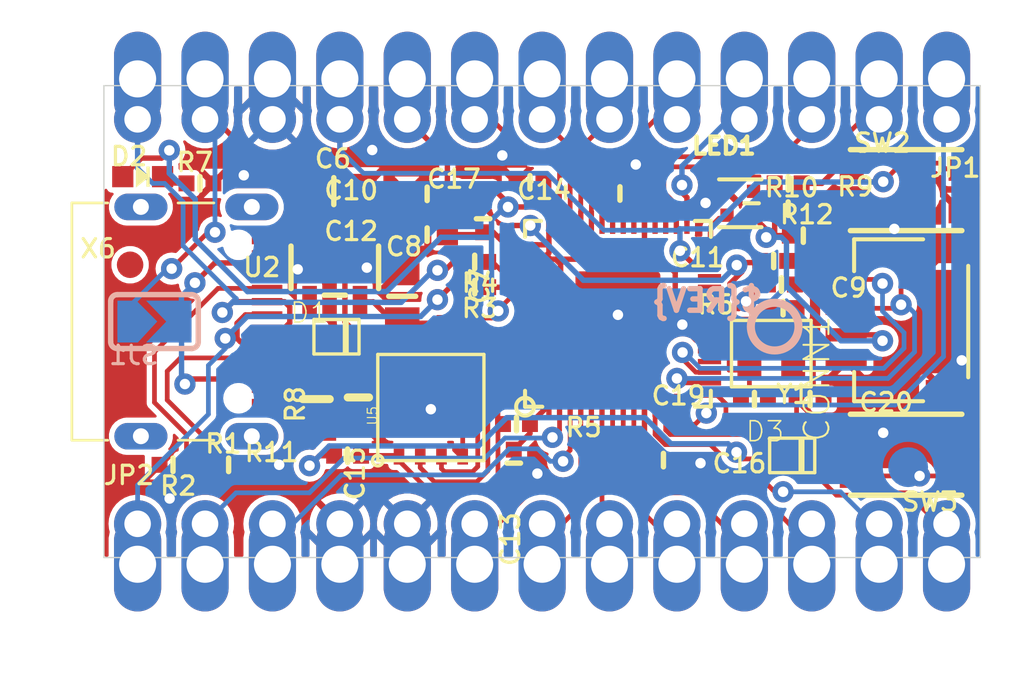
<source format=kicad_pcb>
(kicad_pcb (version 20221018) (generator pcbnew)
  (layers (0 "F.Cu" signal) (1 "In1.Cu" signal) (2 "In2.Cu" signal) (31 "B.Cu" signal) (34 "B.Paste" user) (35 "F.Paste" user) (36 "B.SilkS" user "B.Silkscreen") (37 "F.SilkS" user "F.Silkscreen") (38 "B.Mask" user) (39 "F.Mask" user) (44 "Edge.Cuts" user))
  (net 0 "")
  (net 1 "GND")
  (net 2 "MOSI")
  (net 3 "MISO")
  (net 4 "A3")
  (net 5 "A2")
  (net 6 "A1")
  (net 7 "VBUS")
  (net 8 "A0")
  (net 9 "D9")
  (net 10 "D3")
  (net 11 "D+")
  (net 12 "D-")
  (net 13 "~{RESET}")
  (net 14 "QSPI_DATA[0]")
  (net 15 "QSPI_DATA[1]")
  (net 16 "QSPI_SCK")
  (net 17 "QSPI_CS")
  (net 18 "QSPI_DATA[2]")
  (net 19 "QSPI_DATA[3]")
  (net 20 "NEOPIX")
  (net 21 "D0")
  (net 22 "D1")
  (net 23 "USBBOOT")
  (net 24 "D10")
  (net 25 "D7")
  (net 26 "N$4")
  (net 27 "D6")
  (net 28 "D8")
  (net 29 "SCLK")
  (net 30 "3.3V")
  (net 31 "D2")
  (net 32 "D5")
  (net 33 "1.2V")
  (net 34 "N$5")
  (net 35 "N$6")
  (net 36 "N$7")
  (net 37 "CC1")
  (net 38 "CC2")
  (net 39 "N$1")
  (net 40 "N$3")
  (net 41 "RAW")
  (net 42 "N$8")
  (net 43 "D4")
  (net 44 "N$2")
  (net 45 "SDA")
  (net 46 "SCL")
  (footprint "working:_0402NO" (layer "F.Cu") (at 157.7721 99.7966)
    (fp_text reference "R9")
    (fp_text value "10K")
  )
  (footprint "working:_0603MP" (layer "F.Cu") (at 144.1704 100.1903 180)
    (fp_text reference "C10")
    (fp_text value "1uF")
  )
  (footprint "working:CRYSTAL_2.5X2" (layer "F.Cu") (at 157.1371 106.2101 180)
    (fp_text reference "Y1")
    (fp_text value "12MHZ")
  )
  (footprint "working:SOD-323F" (layer "F.Cu") (at 140.7541 105.5751)
    (fp_text reference "D1")
    (fp_text value "NSR0320")
  )
  (footprint "working:BTN_KMR2_4.6X2.8" (layer "F.Cu") (at 162.2171 100.0506)
    (fp_text reference "SW2")
    (fp_text value "KMR2")
  )
  (footprint "working:_0805MP" (layer "F.Cu") (at 143.2306 104.0511 90)
    (fp_text reference "C8")
    (fp_text value "10µF")
  )
  (footprint "working:SOT23-5" (layer "F.Cu") (at 140.6906 102.9589 180)
    (fp_text reference "U2")
    (fp_text value "AP2112K-3.3")
  )
  (footprint "working:BTN_KMR2_4.6X2.8" (layer "F.Cu") (at 162.2171 110.0201 180)
    (fp_text reference "SW3")
    (fp_text value "KMR2")
  )
  (footprint "working:KB2040_TOP" (layer "F.Cu") (at 131.9911 113.8936)
    (fp_text reference "U$19" hide)
    (fp_text value "" hide)
  )
  (footprint "working:_0402NO" (layer "F.Cu") (at 147.5359 108.8644)
    (fp_text reference "R5")
    (fp_text value "10K")
  )
  (footprint "working:USON8_4X4" (layer "F.Cu") (at 144.3101 108.2421 90)
    (fp_text reference "U5")
    (fp_text value "8MB QSPI Flash")
  )
  (footprint "working:_0402NO" (layer "F.Cu") (at 157.7721 100.7491)
    (fp_text reference "R10")
    (fp_text value "5.1K")
  )
  (footprint "working:QFN56_7MM_REDUCEDEPAD" (layer "F.Cu") (at 151.3586 104.7115 90)
    (fp_text reference "IC2" hide)
    (fp_text value "RP2040_QFN56" hide)
  )
  (footprint "working:0805-NO" (layer "F.Cu") (at 139.9921 107.9246 90)
    (fp_text reference "R8")
    (fp_text value "FUSE")
  )
  (footprint "working:FIDUCIAL_1MM" (layer "F.Cu") (at 162.7886 100.2538 -90)
    (fp_text reference "U$34" hide)
    (fp_text value "FIDUCIAL_1MM" hide)
  )
  (footprint "working:_0402NO" (layer "F.Cu") (at 141.1732 110.0582 180)
    (fp_text reference "R11")
    (fp_text value "1K")
  )
  (footprint "working:1X13_CASTEL" (layer "F.Cu") (at 148.5011 112.6236)
    (fp_text reference "JP2")
    (fp_text value "")
  )
  (footprint "working:_0603MP" (layer "F.Cu") (at 144.1704 101.727 180)
    (fp_text reference "C12")
    (fp_text value "1uF")
  )
  (footprint "working:0603-NO" (layer "F.Cu") (at 141.5796 107.8611 -90)
    (fp_text reference "C15")
    (fp_text value "1uF")
  )
  (footprint "working:CHIPLED_0603_NOOUTLINE" (layer "F.Cu") (at 133.4516 99.5426 -90)
    (fp_text reference "D2")
    (fp_text value "GREEN")
  )
  (footprint "working:_0402NO" (layer "F.Cu") (at 157.226 102.7176 180)
    (fp_text reference "C11")
    (fp_text value "0.1uF")
  )
  (footprint "working:_0402NO" (layer "F.Cu") (at 148.0439 99.7585 180)
    (fp_text reference "C17")
    (fp_text value "0.1uF")
  )
  (footprint "working:SOD-323F" (layer "F.Cu") (at 157.9245 110.0455)
    (fp_text reference "D3")
    (fp_text value "NSR0320")
  )
  (footprint "working:_0402NO" (layer "F.Cu") (at 134.5946 110.4011 180)
    (fp_text reference "R2")
    (fp_text value "5.1K")
  )
  (footprint "working:_0402NO" (layer "F.Cu") (at 135.6106 99.7966)
    (fp_text reference "R7")
    (fp_text value "10K")
  )
  (footprint "working:_0402NO" (layer "F.Cu") (at 145.9611 103.7082 180)
    (fp_text reference "R3")
    (fp_text value "27")
  )
  (footprint "working:_0402NO" (layer "F.Cu") (at 151.4348 100.1776 180)
    (fp_text reference "C14")
    (fp_text value "0.1uF")
  )
  (footprint "working:_0805MP" (layer "F.Cu") (at 140.6525 100.0887)
    (fp_text reference "C6")
    (fp_text value "10µF")
  )
  (footprint "working:_0402NO" (layer "F.Cu") (at 146.2786 101.1301 -90)
    (fp_text reference "C7")
    (fp_text value "0.1uF")
  )
  (footprint "working:_0402NO" (layer "F.Cu") (at 156.5021 107.9246 180)
    (fp_text reference "C19")
    (fp_text value "22pF")
  )
  (footprint "working:_0402NO" (layer "F.Cu") (at 153.0731 110.2233)
    (fp_text reference "C16")
    (fp_text value "0.1uF")
  )
  (footprint "working:_0402NO" (layer "F.Cu") (at 136.6901 110.4011)
    (fp_text reference "R1")
    (fp_text value "5.1K")
  )
  (footprint "working:_0402NO" (layer "F.Cu") (at 157.5816 104.4956 180)
    (fp_text reference "R6")
    (fp_text value "1K")
  )
  (footprint "working:_0402NO" (layer "F.Cu") (at 145.9611 102.7557 180)
    (fp_text reference "R4")
    (fp_text value "27")
  )
  (footprint "working:FIDUCIAL_1MM" (layer "F.Cu") (at 132.9781 102.863 -90)
    (fp_text reference "U$35" hide)
    (fp_text value "FIDUCIAL_1MM" hide)
  )
  (footprint "working:SK6805_1515" (layer "F.Cu") (at 155.9687 100.5459)
    (fp_text reference "LED1")
    (fp_text value "WS2812B_SK6805_1515")
  )
  (footprint "working:_0402NO" (layer "F.Cu") (at 158.3436 101.7651)
    (fp_text reference "R12")
    (fp_text value "5.1K")
  )
  (footprint "working:USB_C_CUSB31-CFM2AX-01-X" (layer "F.Cu") (at 134.5946 105.0036 -90)
    (fp_text reference "X6")
    (fp_text value "USB TYPE C")
  )
  (footprint "working:_0402NO" (layer "F.Cu") (at 158.5976 107.9246)
    (fp_text reference "C20")
    (fp_text value "22pF")
  )
  (footprint "working:_0402NO" (layer "F.Cu") (at 147.4343 110.3376 -90)
    (fp_text reference "C13")
    (fp_text value "0.1uF")
  )
  (footprint "working:1X13_CASTEL" (layer "F.Cu") (at 148.5011 97.3836 180)
    (fp_text reference "JP1")
    (fp_text value "")
  )
  (footprint "working:JST_SH4_SKINNY" (layer "F.Cu") (at 162.4711 105.0036 90)
    (fp_text reference "CONN1")
    (fp_text value "STEMMA_I2C_QTSKINNY" hide)
  )
  (footprint "working:_0402NO" (layer "F.Cu") (at 157.5181 103.6066)
    (fp_text reference "C9")
    (fp_text value "0.1uF")
  )
  (footprint "working:SOLDERJUMPER_ARROW_NOPASTE" (layer "B.Cu") (at 133.8961 105.0036)
    (fp_text reference "SJ1")
    (fp_text value "")
  )
  (footprint "working:TESTPOINT_ROUND_1.5MM_NO" (layer "B.Cu") (at 162.2933 110.49 180)
    (fp_text reference "TP1" hide)
    (fp_text value "" hide)
  )
  (footprint "working:KB2040_BOT" (layer "B.Cu") (at 131.9911 96.1136)
    (fp_text reference "U$17" hide)
    (fp_text value "" hide)
  )
  (footprint "working:PCBFEAT-REV-040" (layer "B.Cu") (at 157.2641 105.1941)
    (fp_text reference "U$20" hide)
    (fp_text value "" hide)
  )
  (gr_line (start 131.9911 96.1136) (end 131.9911 113.8936) (stroke (width 0.05)) (layer "Edge.Cuts"))
  (gr_line (start 165.0111 96.1136) (end 131.9911 96.1136) (stroke (width 0.05)) (layer "Edge.Cuts"))
  (gr_line (start 131.9911 113.8936) (end 165.0111 113.8936) (stroke (width 0.05)) (layer "Edge.Cuts"))
  (gr_line (start 165.0111 113.8936) (end 165.0111 96.1136) (stroke (width 0.05)) (layer "Edge.Cuts"))
  (segment (start 138.1396 108.2036) (end 138.1756 108.2036) (width 0.1778) (layer "F.Cu") (net 1))
  (segment (start 137.1981 110.5916) (end 137.1981 110.4011) (width 0.1778) (layer "F.Cu") (net 1))
  (segment (start 154.293931 105.7115) (end 154.1044 105.521969) (width 0.1778) (layer "F.Cu") (net 1))
  (segment (start 145.6436 108.6231) (end 145.2626 108.2421) (width 0.1778) (layer "F.Cu") (net 1))
  (segment (start 159.5261 106.5036) (end 159.9571 106.5036) (width 0.2032) (layer "F.Cu") (net 1))
  (segment (start 138.0871 110.5916) (end 137.1981 110.5916) (width 0.1778) (layer "F.Cu") (net 1))
  (segment (start 158.0896 108.5596) (end 158.7246 109.1946) (width 0.1778) (layer "F.Cu") (net 1))
  (segment (start 140.8811 114.1476) (end 140.8811 112.6236) (width 0.2032) (layer "F.Cu") (net 1))
  (segment (start 138.9393 109.7394) (end 138.0871 110.5916) (width 0.1778) (layer "F.Cu") (net 1))
  (segment (start 143.4211 114.1476) (end 143.4211 112.6236) (width 0.2032) (layer "F.Cu") (net 1))
  (segment (start 158.7881 104.1781) (end 158.2166 103.6066) (width 0.2032) (layer "F.Cu") (net 1))
  (segment (start 145.8976 101.0031) (end 143.6751 101.0031) (width 0.1778) (layer "F.Cu") (net 1))
  (segment (start 138.9393 108.9673) (end 138.9393 109.7394) (width 0.1778) (layer "F.Cu") (net 1))
  (segment (start 154.8086 105.7115) (end 154.293931 105.7115) (width 0.1778) (layer "F.Cu") (net 1))
  (segment (start 164.2671 100.8506) (end 164.2671 101.7936) (width 0.1778) (layer "F.Cu") (net 1))
  (segment (start 154.1044 105.521969) (end 154.1044 105.438) (width 0.1778) (layer "F.Cu") (net 1))
  (segment (start 145.2626 108.2421) (end 144.3101 108.2421) (width 0.1778) (layer "F.Cu") (net 1))
  (segment (start 158.7881 105.7656) (end 159.5261 106.5036) (width 0.2032) (layer "F.Cu") (net 1))
  (segment (start 146.2786 100.6221) (end 145.8976 101.0031) (width 0.1778) (layer "F.Cu") (net 1))
  (segment (start 154.1044 105.438) (end 153.7843 105.1179) (width 0.1778) (layer "F.Cu") (net 1))
  (segment (start 158.0896 107.9246) (end 158.0896 108.5596) (width 0.1778) (layer "F.Cu") (net 1))
  (segment (start 164.2671 101.7936) (end 163.8571 102.2036) (width 0.1778) (layer "F.Cu") (net 1))
  (segment (start 138.1756 108.2036) (end 138.9393 108.9673) (width 0.1778) (layer "F.Cu") (net 1))
  (segment (start 145.5101 110.0921) (end 145.5101 108.7566) (width 0.1778) (layer "F.Cu") (net 1))
  (segment (start 145.5101 108.7566) (end 145.6436 108.6231) (width 0.1778) (layer "F.Cu") (net 1))
  (segment (start 158.7246 109.1946) (end 161.3535 109.1946) (width 0.1778) (layer "F.Cu") (net 1))
  (segment (start 158.7881 104.1781) (end 158.7881 105.7656) (width 0.2032) (layer "F.Cu") (net 1))
  (segment (start 158.0261 103.6066) (end 158.2166 103.6066) (width 0.2032) (layer "F.Cu") (net 1))
  (via (at 144.3101 108.3056) (size 0.8001) (drill 0.3937) (layers "F.Cu" "B.Cu") (net 1))
  (via (at 138.5951 110.4011) (size 0.8001) (drill 0.3937) (layers "F.Cu" "B.Cu") (net 1))
  (via (at 134.4676 111.6711) (size 0.8001) (drill 0.3937) (layers "F.Cu" "B.Cu") (net 1))
  (via (at 161.7726 101.5111) (size 0.8001) (drill 0.3937) (layers "F.Cu" "B.Cu") (net 1))
  (via (at 151.3586 104.7496) (size 0.8001) (drill 0.3937) (layers "F.Cu" "B.Cu") (net 1))
  (via (at 154.4701 110.3376) (size 0.8001) (drill 0.3937) (layers "F.Cu" "B.Cu") (net 1))
  (via (at 153.7843 105.1179) (size 0.8001) (drill 0.3937) (layers "F.Cu" "B.Cu") (net 1))
  (via (at 142.1003 98.5393) (size 0.8001) (drill 0.3937) (layers "F.Cu" "B.Cu") (net 1))
  (via (at 148.3233 110.7313) (size 0.8001) (drill 0.3937) (layers "F.Cu" "B.Cu") (net 1))
  (via (at 164.3126 106.4641) (size 0.8001) (drill 0.3937) (layers "F.Cu" "B.Cu") (net 1))
  (via (at 147.0025 98.7425) (size 0.8001) (drill 0.3937) (layers "F.Cu" "B.Cu") (net 1))
  (via (at 139.2936 103.0351) (size 0.8001) (drill 0.3937) (layers "F.Cu" "B.Cu") (net 1))
  (via (at 141.8971 102.9716) (size 0.8001) (drill 0.3937) (layers "F.Cu" "B.Cu") (net 1))
  (via (at 161.3535 109.1946) (size 0.8001) (drill 0.3937) (layers "F.Cu" "B.Cu") (net 1))
  (via (at 154.6606 100.5332) (size 0.8001) (drill 0.3937) (layers "F.Cu" "B.Cu") (net 1))
  (via (at 137.2616 99.4918) (size 0.8001) (drill 0.3937) (layers "F.Cu" "B.Cu") (net 1))
  (via (at 152.0317 99.0854) (size 0.8001) (drill 0.3937) (layers "F.Cu" "B.Cu") (net 1))
  (segment (start 160.9471 97.3836) (end 160.5661 97.3836) (width 0.2032) (layer "F.Cu") (net 2))
  (segment (start 153.3779 99.1743) (end 153.0887 99.4635) (width 0.1778) (layer "F.Cu") (net 2))
  (segment (start 153.5586 101.2615) (end 153.5586 100.6011) (width 0.1778) (layer "F.Cu") (net 2))
  (segment (start 153.3779 99.1743) (end 158.7754 99.1743) (width 0.1778) (layer "F.Cu") (net 2))
  (segment (start 161.2011 95.8596) (end 161.2011 97.3836) (width 0.2032) (layer "F.Cu") (net 2))
  (segment (start 161.2011 97.3836) (end 160.9471 97.3836) (width 0.2032) (layer "F.Cu") (net 2))
  (segment (start 153.5586 100.6011) (end 153.0887 100.1312) (width 0.1778) (layer "F.Cu") (net 2))
  (segment (start 153.0887 99.4635) (end 153.0887 100.1312) (width 0.1778) (layer "F.Cu") (net 2))
  (segment (start 160.5661 97.3836) (end 158.7754 99.1743) (width 0.1778) (layer "F.Cu") (net 2))
  (segment (start 153.1874 98.7933) (end 152.7014 99.2793) (width 0.1778) (layer "F.Cu") (net 3))
  (segment (start 158.781131 97.536) (end 158.581415 97.735716) (width 0.1778) (layer "F.Cu") (net 3))
  (segment (start 158.6611 97.3836) (end 158.6611 97.656032) (width 0.2032) (layer "F.Cu") (net 3))
  (segment (start 158.6611 97.656032) (end 158.581415 97.735716) (width 0.2032) (layer "F.Cu") (net 3))
  (segment (start 153.1586 100.7408) (end 152.7014 100.2836) (width 0.1778) (layer "F.Cu") (net 3))
  (segment (start 153.1586 101.2615) (end 153.1586 100.7408) (width 0.1778) (layer "F.Cu") (net 3))
  (segment (start 157.523831 98.7933) (end 158.581415 97.735716) (width 0.1778) (layer "F.Cu") (net 3))
  (segment (start 152.7014 99.2793) (end 152.7014 100.2836) (width 0.1778) (layer "F.Cu") (net 3))
  (segment (start 158.6611 97.415969) (end 158.781131 97.536) (width 0.2032) (layer "F.Cu") (net 3))
  (segment (start 153.1874 98.7933) (end 157.523831 98.7933) (width 0.1778) (layer "F.Cu") (net 3))
  (segment (start 158.6611 95.8596) (end 158.6611 97.415969) (width 0.2032) (layer "F.Cu") (net 3))
  (segment (start 149.1586 99.1841) (end 149.1586 101.2615) (width 0.1778) (layer "F.Cu") (net 4))
  (segment (start 145.9611 95.8596) (end 145.9611 97.3836) (width 0.2032) (layer "F.Cu") (net 4))
  (segment (start 146.5453 97.3328) (end 146.0119 97.3328) (width 0.2032) (layer "F.Cu") (net 4))
  (segment (start 145.9611 97.3836) (end 146.0119 97.3328) (width 0.2032) (layer "F.Cu") (net 4))
  (segment (start 148.8567 98.8822) (end 149.1586 99.1841) (width 0.1778) (layer "F.Cu") (net 4))
  (segment (start 148.0947 98.8822) (end 146.5453 97.3328) (width 0.1778) (layer "F.Cu") (net 4))
  (segment (start 148.0947 98.8822) (end 148.8567 98.8822) (width 0.1778) (layer "F.Cu") (net 4))
  (segment (start 149.5586 98.4411) (end 148.7551 97.6376) (width 0.1778) (layer "F.Cu") (net 5))
  (segment (start 148.5011 95.8596) (end 148.5011 97.3836) (width 0.2032) (layer "F.Cu") (net 5))
  (segment (start 148.7551 97.6376) (end 148.5011 97.3836) (width 0.2032) (layer "F.Cu") (net 5))
  (segment (start 149.5586 101.2615) (end 149.5586 98.4411) (width 0.1778) (layer "F.Cu") (net 5))
  (segment (start 150.7871 97.6376) (end 151.0411 97.3836) (width 0.2032) (layer "F.Cu") (net 6))
  (segment (start 149.9586 98.4661) (end 150.7871 97.6376) (width 0.1778) (layer "F.Cu") (net 6))
  (segment (start 149.9586 101.2615) (end 149.9586 98.4661) (width 0.1778) (layer "F.Cu") (net 6))
  (segment (start 151.0411 95.8596) (end 151.0411 97.3836) (width 0.2032) (layer "F.Cu") (net 6))
  (segment (start 138.9813 108.1203) (end 139.6746 108.8136) (width 0.1778) (layer "F.Cu") (net 7))
  (segment (start 138.9813 107.805632) (end 138.9813 108.1203) (width 0.1778) (layer "F.Cu") (net 7))
  (segment (start 137.537118 102.6036) (end 137.346518 102.7942) (width 0.2032) (layer "F.Cu") (net 7))
  (segment (start 138.579268 107.4036) (end 138.9813 107.805632) (width 0.1778) (layer "F.Cu") (net 7))
  (segment (start 139.9921 108.8746) (end 139.9921 108.8136) (width 0.2032) (layer "F.Cu") (net 7))
  (segment (start 137.5681 107.3401) (end 137.394793 107.166794) (width 0.2032) (layer "F.Cu") (net 7))
  (segment (start 138.1396 107.4036) (end 138.579268 107.4036) (width 0.1778) (layer "F.Cu") (net 7))
  (segment (start 138.0761 107.3401) (end 138.1396 107.4036) (width 0.2032) (layer "F.Cu") (net 7))
  (segment (start 138.0761 107.3401) (end 137.5681 107.3401) (width 0.2032) (layer "F.Cu") (net 7))
  (segment (start 139.6746 108.8136) (end 139.9921 108.8136) (width 0.1778) (layer "F.Cu") (net 7))
  (segment (start 137.394793 107.166794) (end 135.233793 107.166794) (width 0.2032) (layer "F.Cu") (net 7))
  (segment (start 138.1396 102.6036) (end 137.537118 102.6036) (width 0.2032) (layer "F.Cu") (net 7))
  (segment (start 135.233793 107.166794) (end 135.043293 107.357294) (width 0.2032) (layer "F.Cu") (net 7))
  (segment (start 137.346518 102.7942) (end 136.169 102.7942) (width 0.2032) (layer "F.Cu") (net 7))
  (segment (start 136.169 102.7942) (end 135.4201 103.5431) (width 0.2032) (layer "F.Cu") (net 7))
  (via (at 135.043293 107.357294) (size 0.8001) (drill 0.3937) (layers "F.Cu" "B.Cu") (net 7))
  (via (at 135.4201 103.5431) (size 0.8001) (drill 0.3937) (layers "F.Cu" "B.Cu") (net 7))
  (segment (start 134.9121 104.0511) (end 134.9121 105.0036) (width 0.2032) (layer "B.Cu") (net 7))
  (segment (start 134.916293 104.9401) (end 134.916293 107.230294) (width 0.2032) (layer "B.Cu") (net 7))
  (segment (start 134.916293 107.230294) (end 135.043293 107.357294) (width 0.2032) (layer "B.Cu") (net 7))
  (segment (start 134.9121 104.944294) (end 134.916293 104.9401) (width 0.1778) (layer "B.Cu") (net 7))
  (segment (start 134.9121 105.0036) (end 134.9121 104.944294) (width 0.1778) (layer "B.Cu") (net 7))
  (segment (start 135.4201 103.5431) (end 134.9121 104.0511) (width 0.2032) (layer "B.Cu") (net 7))
  (segment (start 153.5811 97.3836) (end 152.768768 97.3836) (width 0.1778) (layer "F.Cu") (net 8))
  (segment (start 153.5811 95.8596) (end 153.5811 97.3836) (width 0.2032) (layer "F.Cu") (net 8))
  (segment (start 150.3586 101.2615) (end 150.3586 98.9932) (width 0.1778) (layer "F.Cu") (net 8))
  (segment (start 150.5585 98.7933) (end 151.359068 98.7933) (width 0.1778) (layer "F.Cu") (net 8))
  (segment (start 150.3586 98.9932) (end 150.5585 98.7933) (width 0.1778) (layer "F.Cu") (net 8))
  (segment (start 151.359068 98.7933) (end 152.768768 97.3836) (width 0.1778) (layer "F.Cu") (net 8))
  (segment (start 158.864768 110.8202) (end 159.588668 111.5441) (width 0.1778) (layer "F.Cu") (net 9))
  (segment (start 153.1586 109.0896) (end 153.3271 109.2581) (width 0.1778) (layer "F.Cu") (net 9))
  (segment (start 160.730731 111.5441) (end 160.819631 111.4552) (width 0.1778) (layer "F.Cu") (net 9))
  (segment (start 157.9372 110.8202) (end 158.864768 110.8202) (width 0.1778) (layer "F.Cu") (net 9))
  (segment (start 157.5816 109.2581) (end 157.7721 109.4486) (width 0.1778) (layer "F.Cu") (net 9))
  (segment (start 160.819631 111.4552) (end 162.2552 111.4552) (width 0.1778) (layer "F.Cu") (net 9))
  (segment (start 153.1586 108.1615) (end 153.1586 109.0896) (width 0.1778) (layer "F.Cu") (net 9))
  (segment (start 163.4236 112.6236) (end 162.2552 111.4552) (width 0.1778) (layer "F.Cu") (net 9))
  (segment (start 163.7411 114.1476) (end 163.7411 112.6236) (width 0.2032) (layer "F.Cu") (net 9))
  (segment (start 153.3271 109.2581) (end 157.5816 109.2581) (width 0.1778) (layer "F.Cu") (net 9))
  (segment (start 159.588668 111.5441) (end 160.730731 111.5441) (width 0.1778) (layer "F.Cu") (net 9))
  (segment (start 157.7721 109.4486) (end 157.7721 110.6551) (width 0.1778) (layer "F.Cu") (net 9))
  (segment (start 163.4236 112.6236) (end 163.7411 112.6236) (width 0.1778) (layer "F.Cu") (net 9))
  (segment (start 157.7721 110.6551) (end 157.9372 110.8202) (width 0.1778) (layer "F.Cu") (net 9))
  (segment (start 150.3586 111.5281) (end 149.2631 112.6236) (width 0.1778) (layer "F.Cu") (net 10))
  (segment (start 148.5011 112.6236) (end 149.2631 112.6236) (width 0.1778) (layer "F.Cu") (net 10))
  (segment (start 148.5011 114.1476) (end 148.5011 112.6236) (width 0.2032) (layer "F.Cu") (net 10))
  (segment (start 150.3586 108.1615) (end 150.3586 111.5281) (width 0.1778) (layer "F.Cu") (net 10))
  (segment (start 133.2611 114.1476) (end 133.2611 112.6236) (width 0.2032) (layer "F.Cu") (net 11))
  (segment (start 137.3211 104.7536) (end 137.0076 105.0671) (width 0.2032) (layer "F.Cu") (net 11))
  (segment (start 137.0076 105.6386) (end 137.0076 105.0671) (width 0.2032) (layer "F.Cu") (net 11))
  (segment (start 145.02835 103.7082) (end 144.55845 104.1781) (width 0.2032) (layer "F.Cu") (net 11))
  (segment (start 145.4531 103.7082) (end 145.02835 103.7082) (width 0.2032) (layer "F.Cu") (net 11))
  (segment (start 136.5631 105.6386) (end 137.0076 105.6386) (width 0.2032) (layer "F.Cu") (net 11))
  (segment (start 138.1396 105.7536) (end 138.1276 105.7656) (width 0.2032) (layer "F.Cu") (net 11))
  (segment (start 138.1396 104.7536) (end 137.3211 104.7536) (width 0.2032) (layer "F.Cu") (net 11))
  (segment (start 138.1276 105.7656) (end 137.1346 105.7656) (width 0.2032) (layer "F.Cu") (net 11))
  (segment (start 137.1346 105.7656) (end 137.0076 105.6386) (width 0.2032) (layer "F.Cu") (net 11))
  (via (at 136.5631 105.6386) (size 0.8001) (drill 0.3937) (layers "F.Cu" "B.Cu") (net 11))
  (via (at 144.55845 104.1781) (size 0.8001) (drill 0.3937) (layers "F.Cu" "B.Cu") (net 11))
  (segment (start 137.3886 104.8131) (end 136.5631 105.6386) (width 0.2032) (layer "B.Cu") (net 11))
  (segment (start 133.2611 111.1631) (end 133.2611 112.6236) (width 0.1778) (layer "B.Cu") (net 11))
  (segment (start 144.55845 104.1781) (end 143.92345 104.8131) (width 0.2032) (layer "B.Cu") (net 11))
  (segment (start 135.9281 108.4961) (end 133.2611 111.1631) (width 0.1778) (layer "B.Cu") (net 11))
  (segment (start 136.5631 105.6386) (end 136.5631 106.0196) (width 0.1778) (layer "B.Cu") (net 11))
  (segment (start 135.9281 106.6546) (end 135.9281 108.4961) (width 0.1778) (layer "B.Cu") (net 11))
  (segment (start 143.92345 104.8131) (end 137.3886 104.8131) (width 0.2032) (layer "B.Cu") (net 11))
  (segment (start 136.5631 106.0196) (end 135.9281 106.6546) (width 0.1778) (layer "B.Cu") (net 11))
  (segment (start 144.8435 103.0732) (end 144.55845 103.0732) (width 0.2032) (layer "F.Cu") (net 12))
  (segment (start 133.2611 95.8596) (end 133.2611 97.3836) (width 0.2032) (layer "F.Cu") (net 12))
  (segment (start 138.1396 104.2536) (end 138.7976 104.2536) (width 0.2032) (layer "F.Cu") (net 12))
  (segment (start 145.4531 102.7557) (end 145.161 102.7557) (width 0.2032) (layer "F.Cu") (net 12))
  (segment (start 136.453112 104.6607) (end 136.860212 104.2536) (width 0.2032) (layer "F.Cu") (net 12))
  (segment (start 138.1396 105.2536) (end 138.7882 105.2536) (width 0.2032) (layer "F.Cu") (net 12))
  (segment (start 138.7976 104.2536) (end 138.994 104.45) (width 0.2032) (layer "F.Cu") (net 12))
  (segment (start 138.994 105.0478) (end 138.7882 105.2536) (width 0.2032) (layer "F.Cu") (net 12))
  (segment (start 145.161 102.7557) (end 144.8435 103.0732) (width 0.2032) (layer "F.Cu") (net 12))
  (segment (start 138.994 104.45) (end 138.994 105.0478) (width 0.2032) (layer "F.Cu") (net 12))
  (segment (start 136.860212 104.2536) (end 138.1396 104.2536) (width 0.2032) (layer "F.Cu") (net 12))
  (via (at 144.55845 103.0732) (size 0.8001) (drill 0.3937) (layers "F.Cu" "B.Cu") (net 12))
  (via (at 136.453112 104.6607) (size 0.8001) (drill 0.3937) (layers "F.Cu" "B.Cu") (net 12))
  (segment (start 143.1925 104.2797) (end 136.834112 104.2797) (width 0.2032) (layer "B.Cu") (net 12))
  (segment (start 134.2771 99.7966) (end 134.9756 100.4951) (width 0.1778) (layer "B.Cu") (net 12))
  (segment (start 134.9756 102.1461) (end 136.971656 104.142157) (width 0.1778) (layer "B.Cu") (net 12))
  (segment (start 133.8326 99.7966) (end 134.2771 99.7966) (width 0.1778) (layer "B.Cu") (net 12))
  (segment (start 144.55845 103.0732) (end 144.399 103.0732) (width 0.2032) (layer "B.Cu") (net 12))
  (segment (start 133.8326 99.7966) (end 133.2611 99.2251) (width 0.1778) (layer "B.Cu") (net 12))
  (segment (start 133.2611 99.2251) (end 133.2611 97.3836) (width 0.2032) (layer "B.Cu") (net 12))
  (segment (start 136.453112 104.6607) (end 136.463656 104.650157) (width 0.2032) (layer "B.Cu") (net 12))
  (segment (start 136.834112 104.2797) (end 136.971656 104.142157) (width 0.2032) (layer "B.Cu") (net 12))
  (segment (start 136.463656 104.650157) (end 136.834112 104.2797) (width 0.2032) (layer "B.Cu") (net 12))
  (segment (start 134.9756 100.4951) (end 134.9756 102.1461) (width 0.1778) (layer "B.Cu") (net 12))
  (segment (start 144.399 103.0732) (end 143.1925 104.2797) (width 0.2032) (layer "B.Cu") (net 12))
  (segment (start 162.052 99.0346) (end 161.3536 99.733) (width 0.1778) (layer "F.Cu") (net 13))
  (segment (start 159.5881 99.2506) (end 159.0421 99.7966) (width 0.2032) (layer "F.Cu") (net 13))
  (segment (start 160.6495 99.733) (end 160.1671 99.2506) (width 0.1778) (layer "F.Cu") (net 13))
  (segment (start 158.2801 99.7966) (end 159.0421 99.7966) (width 0.2032) (layer "F.Cu") (net 13))
  (segment (start 161.3536 99.733) (end 160.6495 99.733) (width 0.1778) (layer "F.Cu") (net 13))
  (segment (start 159.5881 99.2506) (end 160.1671 99.2506) (width 0.2032) (layer "F.Cu") (net 13))
  (segment (start 164.2671 99.2506) (end 163.7031 99.2506) (width 0.1778) (layer "F.Cu") (net 13))
  (segment (start 154.2703 102.9115) (end 153.6954 102.3366) (width 0.2032) (layer "F.Cu") (net 13))
  (segment (start 140.8811 95.8596) (end 140.8811 97.3836) (width 0.2032) (layer "F.Cu") (net 13))
  (segment (start 163.4871 99.0346) (end 162.052 99.0346) (width 0.1778) (layer "F.Cu") (net 13))
  (segment (start 154.8086 102.9115) (end 154.2703 102.9115) (width 0.2032) (layer "F.Cu") (net 13))
  (segment (start 163.7031 99.2506) (end 163.4871 99.0346) (width 0.1778) (layer "F.Cu") (net 13))
  (via (at 153.6954 102.3366) (size 0.8001) (drill 0.3937) (layers "F.Cu" "B.Cu") (net 13))
  (via (at 161.3536 99.733) (size 0.8001) (drill 0.3937) (layers "F.Cu" "B.Cu") (net 13))
  (segment (start 140.8811 98.5266) (end 140.8811 97.3836) (width 0.2032) (layer "B.Cu") (net 13))
  (segment (start 161.3408 99.7458) (end 156.619331 99.7458) (width 0.2032) (layer "B.Cu") (net 13))
  (segment (start 161.3536 99.733) (end 161.3408 99.7458) (width 0.1778) (layer "B.Cu") (net 13))
  (segment (start 153.6954 102.3366) (end 153.6954 101.5111) (width 0.2032) (layer "B.Cu") (net 13))
  (segment (start 141.7701 99.4156) (end 140.8811 98.5266) (width 0.1778) (layer "B.Cu") (net 13))
  (segment (start 150.8379 101.5619) (end 148.6916 99.4156) (width 0.1778) (layer "B.Cu") (net 13))
  (segment (start 156.619331 99.7458) (end 154.854031 101.5111) (width 0.2032) (layer "B.Cu") (net 13))
  (segment (start 153.6446 101.5619) (end 150.8379 101.5619) (width 0.1778) (layer "B.Cu") (net 13))
  (segment (start 153.6446 101.5619) (end 153.6954 101.5111) (width 0.2032) (layer "B.Cu") (net 13))
  (segment (start 154.854031 101.5111) (end 153.6954 101.5111) (width 0.2032) (layer "B.Cu") (net 13))
  (segment (start 148.6916 99.4156) (end 141.7701 99.4156) (width 0.1778) (layer "B.Cu") (net 13))
  (segment (start 145.5101 106.3921) (end 145.7907 106.1115) (width 0.1778) (layer "F.Cu") (net 14))
  (segment (start 147.9086 106.1115) (end 145.7907 106.1115) (width 0.1778) (layer "F.Cu") (net 14))
  (segment (start 143.9101 110.0921) (end 143.9101 110.5091) (width 0.1778) (layer "F.Cu") (net 15))
  (segment (start 146.751018 106.9115) (end 147.9086 106.9115) (width 0.1778) (layer "F.Cu") (net 15))
  (segment (start 146.4578 107.204719) (end 146.751018 106.9115) (width 0.1778) (layer "F.Cu") (net 15))
  (segment (start 144.4408 111.0398) (end 146.041887 111.0398) (width 0.1778) (layer "F.Cu") (net 15))
  (segment (start 146.041887 111.0398) (end 146.4578 110.623888) (width 0.1778) (layer "F.Cu") (net 15))
  (segment (start 143.9101 110.5091) (end 144.4408 111.0398) (width 0.1778) (layer "F.Cu") (net 15))
  (segment (start 146.4578 110.623888) (end 146.4578 107.204719) (width 0.1778) (layer "F.Cu") (net 15))
  (segment (start 147.9086 105.7115) (end 145.2532 105.7115) (width 0.1778) (layer "F.Cu") (net 16))
  (segment (start 144.7101 106.2546) (end 145.2532 105.7115) (width 0.1778) (layer "F.Cu") (net 16))
  (segment (start 144.7101 106.3921) (end 144.7101 106.2546) (width 0.1778) (layer "F.Cu") (net 16))
  (segment (start 146.8388 108.9646) (end 146.9136 108.8898) (width 0.1778) (layer "F.Cu") (net 17))
  (segment (start 146.9136 108.8898) (end 146.939 108.8644) (width 0.1778) (layer "F.Cu") (net 17))
  (segment (start 147.9086 107.3115) (end 146.9439 107.3115) (width 0.1778) (layer "F.Cu") (net 17))
  (segment (start 147.0279 108.8644) (end 146.939 108.8644) (width 0.1778) (layer "F.Cu") (net 17))
  (segment (start 143.1101 110.0921) (end 143.0762 110.0582) (width 0.2032) (layer "F.Cu") (net 17))
  (segment (start 146.263206 111.4208) (end 144.282981 111.4208) (width 0.1778) (layer "F.Cu") (net 17))
  (segment (start 146.8388 110.845207) (end 146.263206 111.4208) (width 0.1778) (layer "F.Cu") (net 17))
  (segment (start 146.9439 107.3115) (end 146.8388 107.4166) (width 0.1778) (layer "F.Cu") (net 17))
  (segment (start 146.8388 110.845207) (end 146.8388 108.9646) (width 0.1778) (layer "F.Cu") (net 17))
  (segment (start 146.9136 108.8898) (end 146.8388 108.8898) (width 0.1778) (layer "F.Cu") (net 17))
  (segment (start 146.8388 107.4166) (end 146.8388 108.8898) (width 0.1778) (layer "F.Cu") (net 17))
  (segment (start 143.1101 110.247916) (end 143.1101 110.0921) (width 0.1778) (layer "F.Cu") (net 17))
  (segment (start 143.0762 110.0582) (end 141.6812 110.0582) (width 0.2032) (layer "F.Cu") (net 17))
  (segment (start 144.282981 111.4208) (end 143.1101 110.247916) (width 0.1778) (layer "F.Cu") (net 17))
  (segment (start 146.612203 106.5115) (end 146.0768 107.0469) (width 0.1778) (layer "F.Cu") (net 18))
  (segment (start 146.0768 110.466069) (end 145.884068 110.6588) (width 0.1778) (layer "F.Cu") (net 18))
  (segment (start 146.0768 107.0469) (end 146.0768 110.466069) (width 0.1778) (layer "F.Cu") (net 18))
  (segment (start 144.7101 110.5471) (end 144.7101 110.0921) (width 0.1778) (layer "F.Cu") (net 18))
  (segment (start 144.8218 110.6588) (end 144.7101 110.5471) (width 0.1778) (layer "F.Cu") (net 18))
  (segment (start 145.884068 110.6588) (end 144.8218 110.6588) (width 0.1778) (layer "F.Cu") (net 18))
  (segment (start 147.9086 106.5115) (end 146.612203 106.5115) (width 0.1778) (layer "F.Cu") (net 18))
  (segment (start 144.857868 105.3115) (end 147.9086 105.3115) (width 0.1778) (layer "F.Cu") (net 19))
  (segment (start 143.9101 106.3921) (end 143.9101 106.259269) (width 0.1778) (layer "F.Cu") (net 19))
  (segment (start 143.9101 106.259269) (end 144.857868 105.3115) (width 0.1778) (layer "F.Cu") (net 19))
  (segment (start 154.8464 101.4531) (end 154.8464 102.0737) (width 0.2032) (layer "F.Cu") (net 20))
  (segment (start 154.8086 102.1115) (end 154.8464 102.0737) (width 0.2032) (layer "F.Cu") (net 20))
  (segment (start 154.8464 101.4531) (end 155.176671 101.122829) (width 0.2032) (layer "F.Cu") (net 20))
  (segment (start 155.176671 101.122829) (end 155.341771 101.122829) (width 0.2032) (layer "F.Cu") (net 20))
  (segment (start 155.341771 101.122829) (end 155.4687 100.9959) (width 0.2032) (layer "F.Cu") (net 20))
  (segment (start 149.1586 108.1615) (end 149.1586 109.0993) (width 0.1778) (layer "F.Cu") (net 21))
  (segment (start 149.1586 109.0993) (end 148.89185 109.36605) (width 0.1778) (layer "F.Cu") (net 21))
  (segment (start 135.8011 114.1476) (end 135.8011 112.6236) (width 0.2032) (layer "F.Cu") (net 21))
  (via (at 148.89185 109.36605) (size 0.8001) (drill 0.3937) (layers "F.Cu" "B.Cu") (net 21))
  (segment (start 141.040781 110.1471) (end 139.732681 111.4552) (width 0.1778) (layer "B.Cu") (net 21))
  (segment (start 146.348668 110.1471) (end 141.040781 110.1471) (width 0.1778) (layer "B.Cu") (net 21))
  (segment (start 148.86645 109.39145) (end 147.104318 109.39145) (width 0.1778) (layer "B.Cu") (net 21))
  (segment (start 139.732681 111.4552) (end 136.9695 111.4552) (width 0.1778) (layer "B.Cu") (net 21))
  (segment (start 148.89185 109.36605) (end 148.86645 109.39145) (width 0.1778) (layer "B.Cu") (net 21))
  (segment (start 136.9695 111.4552) (end 135.8011 112.6236) (width 0.1778) (layer "B.Cu") (net 21))
  (segment (start 147.104318 109.39145) (end 146.348668 110.1471) (width 0.1778) (layer "B.Cu") (net 21))
  (segment (start 149.5586 108.1615) (end 149.5586 109.8486) (width 0.1778) (layer "F.Cu") (net 22))
  (segment (start 149.5586 109.8486) (end 149.21565 110.19155) (width 0.1778) (layer "F.Cu") (net 22))
  (segment (start 149.29185 110.26775) (end 149.21565 110.19155) (width 0.1778) (layer "F.Cu") (net 22))
  (segment (start 138.3411 114.1476) (end 138.3411 112.6236) (width 0.2032) (layer "F.Cu") (net 22))
  (via (at 149.29185 110.26775) (size 0.8001) (drill 0.3937) (layers "F.Cu" "B.Cu") (net 22))
  (segment (start 139.1031 112.6236) (end 138.3411 112.6236) (width 0.1778) (layer "B.Cu") (net 22))
  (segment (start 140.9446 110.7821) (end 139.1031 112.6236) (width 0.1778) (layer "B.Cu") (net 22))
  (segment (start 146.2756 110.7821) (end 140.9446 110.7821) (width 0.1778) (layer "B.Cu") (net 22))
  (segment (start 148.80925 110.26775) (end 148.33935 109.79785) (width 0.1778) (layer "B.Cu") (net 22))
  (segment (start 147.25985 109.79785) (end 146.2756 110.7821) (width 0.1778) (layer "B.Cu") (net 22))
  (segment (start 148.33935 109.79785) (end 147.25985 109.79785) (width 0.1778) (layer "B.Cu") (net 22))
  (segment (start 149.29185 110.26775) (end 148.80925 110.26775) (width 0.1778) (layer "B.Cu") (net 22))
  (segment (start 155.4274 108.1063) (end 155.4274 108.589069) (width 0.1778) (layer "F.Cu") (net 23))
  (segment (start 153.9586 108.1615) (end 154.3352 107.7849) (width 0.1778) (layer "F.Cu") (net 23))
  (segment (start 154.3352 107.7849) (end 155.106 107.7849) (width 0.1778) (layer "F.Cu") (net 23))
  (segment (start 162.7251 110.8201) (end 164.2671 110.8201) (width 0.1778) (layer "F.Cu") (net 23))
  (segment (start 160.1671 110.5896) (end 159.623 110.0455) (width 0.1778) (layer "F.Cu") (net 23))
  (segment (start 160.1671 110.8201) (end 162.7251 110.8201) (width 0.1778) (layer "F.Cu") (net 23))
  (segment (start 158.9245 110.0455) (end 157.6291 108.7501) (width 0.1778) (layer "F.Cu") (net 23))
  (segment (start 155.106 107.7849) (end 155.4274 108.1063) (width 0.1778) (layer "F.Cu") (net 23))
  (segment (start 155.588431 108.7501) (end 157.6291 108.7501) (width 0.1778) (layer "F.Cu") (net 23))
  (segment (start 159.623 110.0455) (end 158.9245 110.0455) (width 0.1778) (layer "F.Cu") (net 23))
  (segment (start 160.1671 110.8201) (end 160.1671 110.5896) (width 0.1778) (layer "F.Cu") (net 23))
  (segment (start 155.4274 108.589069) (end 155.588431 108.7501) (width 0.1778) (layer "F.Cu") (net 23))
  (via (at 162.7251 110.8201) (size 0.8001) (drill 0.3937) (layers "F.Cu" "B.Cu") (net 23))
  (segment (start 162.2933 110.49) (end 162.395 110.49) (width 0.1778) (layer "B.Cu") (net 23))
  (segment (start 162.395 110.49) (end 162.7251 110.8201) (width 0.1778) (layer "B.Cu") (net 23))
  (segment (start 163.7411 95.8596) (end 163.7411 97.3836) (width 0.2032) (layer "F.Cu") (net 24))
  (segment (start 153.5586 108.676169) (end 153.759531 108.8771) (width 0.1778) (layer "F.Cu") (net 24))
  (segment (start 153.759531 108.8771) (end 154.264668 108.8771) (width 0.1778) (layer "F.Cu") (net 24))
  (segment (start 154.264668 108.8771) (end 154.690118 108.45165) (width 0.1778) (layer "F.Cu") (net 24))
  (segment (start 153.5586 108.1615) (end 153.5586 108.676169) (width 0.1778) (layer "F.Cu") (net 24))
  (via (at 154.690118 108.45165) (size 0.8001) (drill 0.3937) (layers "F.Cu" "B.Cu") (net 24))
  (segment (start 163.7411 97.3836) (end 163.7411 97.9678) (width 0.2032) (layer "B.Cu") (net 24))
  (segment (start 161.80435 108.14685) (end 163.6268 106.3244) (width 0.1778) (layer "B.Cu") (net 24))
  (segment (start 163.7411 97.9678) (end 163.6268 98.0821) (width 0.2032) (layer "B.Cu") (net 24))
  (segment (start 154.690118 108.45165) (end 154.994918 108.14685) (width 0.1778) (layer "B.Cu") (net 24))
  (segment (start 163.6268 106.3244) (end 163.6268 98.0821) (width 0.1778) (layer "B.Cu") (net 24))
  (segment (start 161.80435 108.14685) (end 154.994918 108.14685) (width 0.1778) (layer "B.Cu") (net 24))
  (segment (start 151.9586 108.1615) (end 151.9586 110.6201) (width 0.1778) (layer "F.Cu") (net 25))
  (segment (start 152.2857 110.9472) (end 154.1907 110.9472) (width 0.1778) (layer "F.Cu") (net 25))
  (segment (start 158.6611 114.1476) (end 158.6611 112.6236) (width 0.2032) (layer "F.Cu") (net 25))
  (segment (start 151.9586 110.6201) (end 152.2857 110.9472) (width 0.1778) (layer "F.Cu") (net 25))
  (segment (start 156.515268 111.3282) (end 157.810668 112.6236) (width 0.1778) (layer "F.Cu") (net 25))
  (segment (start 154.5717 111.3282) (end 156.515268 111.3282) (width 0.1778) (layer "F.Cu") (net 25))
  (segment (start 154.1907 110.9472) (end 154.5717 111.3282) (width 0.1778) (layer "F.Cu") (net 25))
  (segment (start 157.810668 112.6236) (end 158.6611 112.6236) (width 0.1778) (layer "F.Cu") (net 25))
  (segment (start 156.79115 110.17885) (end 156.079781 110.17885) (width 0.1778) (layer "F.Cu") (net 26))
  (segment (start 156.9245 110.0455) (end 156.79115 110.17885) (width 0.1778) (layer "F.Cu") (net 26))
  (segment (start 139.7381 110.43285) (end 140.11275 110.0582) (width 0.2032) (layer "F.Cu") (net 26))
  (segment (start 156.079781 110.17885) (end 155.825781 109.92485) (width 0.1778) (layer "F.Cu") (net 26))
  (segment (start 140.6652 110.0582) (end 140.11275 110.0582) (width 0.2032) (layer "F.Cu") (net 26))
  (via (at 139.7381 110.43285) (size 0.8001) (drill 0.3937) (layers "F.Cu" "B.Cu") (net 26))
  (via (at 155.825781 109.92485) (size 0.8001) (drill 0.3937) (layers "F.Cu" "B.Cu") (net 26))
  (segment (start 147.1676 108.6231) (end 152.3746 108.6231) (width 0.2032) (layer "B.Cu") (net 26))
  (segment (start 155.508281 109.60735) (end 155.825781 109.92485) (width 0.2032) (layer "B.Cu") (net 26))
  (segment (start 139.7381 110.43285) (end 140.48105 109.6899) (width 0.2032) (layer "B.Cu") (net 26))
  (segment (start 155.508281 109.60735) (end 153.35885 109.60735) (width 0.2032) (layer "B.Cu") (net 26))
  (segment (start 146.1008 109.6899) (end 140.48105 109.6899) (width 0.2032) (layer "B.Cu") (net 26))
  (segment (start 146.1008 109.6899) (end 147.1676 108.6231) (width 0.2032) (layer "B.Cu") (net 26))
  (segment (start 152.3746 108.6231) (end 153.35885 109.60735) (width 0.2032) (layer "B.Cu") (net 26))
  (segment (start 156.1211 114.1476) (end 156.1211 112.6236) (width 0.2032) (layer "F.Cu") (net 27))
  (segment (start 152.164587 111.4552) (end 154.102268 111.4552) (width 0.1778) (layer "F.Cu") (net 27))
  (segment (start 154.102268 111.4552) (end 155.270668 112.6236) (width 0.1778) (layer "F.Cu") (net 27))
  (segment (start 151.5586 108.1615) (end 151.5586 110.849213) (width 0.1778) (layer "F.Cu") (net 27))
  (segment (start 151.5586 110.849213) (end 152.164587 111.4552) (width 0.1778) (layer "F.Cu") (net 27))
  (segment (start 155.270668 112.6236) (end 156.1211 112.6236) (width 0.1778) (layer "F.Cu") (net 27))
  (segment (start 155.159031 109.9566) (end 155.159031 110.518532) (width 0.1778) (layer "F.Cu") (net 28))
  (segment (start 155.4861 110.8456) (end 156.320431 110.8456) (width 0.1778) (layer "F.Cu") (net 28))
  (segment (start 161.2011 114.1476) (end 161.2011 112.6236) (width 0.2032) (layer "F.Cu") (net 28))
  (segment (start 152.7586 109.2611) (end 153.1366 109.6391) (width 0.1778) (layer "F.Cu") (net 28))
  (segment (start 157.2641 111.4171) (end 157.5816 111.4171) (width 0.1778) (layer "F.Cu") (net 28))
  (segment (start 156.377531 110.9027) (end 156.7497 110.9027) (width 0.1778) (layer "F.Cu") (net 28))
  (segment (start 153.1366 109.6391) (end 154.841531 109.6391) (width 0.1778) (layer "F.Cu") (net 28))
  (segment (start 154.841531 109.6391) (end 155.159031 109.9566) (width 0.1778) (layer "F.Cu") (net 28))
  (segment (start 156.320431 110.8456) (end 156.377531 110.9027) (width 0.1778) (layer "F.Cu") (net 28))
  (segment (start 155.159031 110.518532) (end 155.4861 110.8456) (width 0.1778) (layer "F.Cu") (net 28))
  (segment (start 156.7497 110.9027) (end 157.2641 111.4171) (width 0.1778) (layer "F.Cu") (net 28))
  (segment (start 152.7586 108.1615) (end 152.7586 109.2611) (width 0.1778) (layer "F.Cu") (net 28))
  (via (at 157.5816 111.4171) (size 0.8001) (drill 0.3937) (layers "F.Cu" "B.Cu") (net 28))
  (segment (start 161.2011 112.6236) (end 161.2011 112.4966) (width 0.1778) (layer "B.Cu") (net 28))
  (segment (start 160.8201 112.4966) (end 161.2011 112.4966) (width 0.1778) (layer "B.Cu") (net 28))
  (segment (start 157.5816 111.4171) (end 159.7406 111.4171) (width 0.1778) (layer "B.Cu") (net 28))
  (segment (start 159.7406 111.4171) (end 160.8201 112.4966) (width 0.1778) (layer "B.Cu") (net 28))
  (segment (start 153.9586 100.3265) (end 153.7716 100.1395) (width 0.2032) (layer "F.Cu") (net 29))
  (segment (start 156.1211 95.8596) (end 156.1211 97.3836) (width 0.2032) (layer "F.Cu") (net 29))
  (segment (start 153.9586 100.3265) (end 153.9586 101.2615) (width 0.2032) (layer "F.Cu") (net 29))
  (segment (start 153.7716 100.1395) (end 153.7716 99.8601) (width 0.2032) (layer "F.Cu") (net 29))
  (via (at 153.7716 99.8601) (size 0.8001) (drill 0.3937) (layers "F.Cu" "B.Cu") (net 29))
  (segment (start 153.7716 99.1489) (end 153.7716 99.8601) (width 0.2032) (layer "B.Cu") (net 29))
  (segment (start 156.1211 97.3836) (end 155.5369 97.3836) (width 0.2032) (layer "B.Cu") (net 29))
  (segment (start 155.5369 97.3836) (end 153.7716 99.1489) (width 0.2032) (layer "B.Cu") (net 29))
  (segment (start 143.4211 95.8596) (end 143.4211 97.3836) (width 0.2032) (layer "F.Cu") (net 30))
  (segment (start 152.3586 102.3526) (end 152.0571 102.6541) (width 0.2032) (layer "F.Cu") (net 30))
  (segment (start 157.8356 101.7651) (end 156.9466 101.7651) (width 0.2032) (layer "F.Cu") (net 30))
  (segment (start 156.9466 101.7651) (end 156.9466 101.8286) (width 0.2032) (layer "F.Cu") (net 30))
  (segment (start 134.1628 98.8441) (end 133.4001 98.8441) (width 0.2032) (layer "F.Cu") (net 30))
  (segment (start 156.1846 104.2416) (end 155.9147 104.5115) (width 0.2032) (layer "F.Cu") (net 30))
  (segment (start 142.8561 106.6461) (end 142.0081 106.6461) (width 0.2032) (layer "F.Cu") (net 30))
  (segment (start 154.8086 104.5115) (end 154.1685 104.5115) (width 0.2032) (layer "F.Cu") (net 30))
  (segment (start 154.1685 104.5115) (end 153.5176 103.8606) (width 0.2032) (layer "F.Cu") (net 30))
  (segment (start 151.9428 100.1776) (end 151.9743 100.1776) (width 0.2032) (layer "F.Cu") (net 30))
  (segment (start 152.3586 101.2615) (end 152.3586 100.5619) (width 0.2032) (layer "F.Cu") (net 30))
  (segment (start 147.9086 104.1115) (end 147.9086 104.5115) (width 0.1778) (layer "F.Cu") (net 30))
  (segment (start 134.1628 98.8441) (end 134.4549 98.552) (width 0.2032) (layer "F.Cu") (net 30))
  (segment (start 147.21685 100.54435) (end 146.6088 99.9363) (width 0.2032) (layer "F.Cu") (net 30))
  (segment (start 147.21685 100.6856) (end 148.3233 100.6856) (width 0.2032) (layer "F.Cu") (net 30))
  (segment (start 144.9324 98.8949) (end 144.9324 100.0506) (width 0.2032) (layer "F.Cu") (net 30))
  (segment (start 148.3233 100.6856) (end 148.5519 100.457) (width 0.2032) (layer "F.Cu") (net 30))
  (segment (start 149.1996 106.5911) (end 148.7586 107.0321) (width 0.2032) (layer "F.Cu") (net 30))
  (segment (start 146.8501 104.60355) (end 146.5961 104.85755) (width 0.2032) (layer "F.Cu") (net 30))
  (segment (start 157.2641 99.7966) (end 157.2641 100.7491) (width 0.2032) (layer "F.Cu") (net 30))
  (segment (start 146.5961 104.85755) (end 144.58065 104.85755) (width 0.2032) (layer "F.Cu") (net 30))
  (segment (start 146.6088 99.9363) (end 145.0467 99.9363) (width 0.2032) (layer "F.Cu") (net 30))
  (segment (start 156.4687 100.9959) (end 156.4687 101.0586) (width 0.2032) (layer "F.Cu") (net 30))
  (segment (start 148.7586 100.6637) (end 148.5519 100.457) (width 0.2032) (layer "F.Cu") (net 30))
  (segment (start 147.9086 102.1115) (end 148.7297 102.1115) (width 0.2032) (layer "F.Cu") (net 30))
  (segment (start 156.8196 103.6066) (end 156.1846 104.2416) (width 0.2032) (layer "F.Cu") (net 30))
  (segment (start 156.9466 101.5365) (end 156.9466 101.8286) (width 0.2032) (layer "F.Cu") (net 30))
  (segment (start 152.7081 102.3526) (end 152.3586 102.3526) (width 0.2032) (layer "F.Cu") (net 30))
  (segment (start 148.7468 108.1615) (end 148.0439 108.8644) (width 0.2032) (layer "F.Cu") (net 30))
  (segment (start 143.1101 106.3921) (end 142.8561 106.6461) (width 0.2032) (layer "F.Cu") (net 30))
  (segment (start 146.8501 104.5591) (end 146.8501 104.60355) (width 0.2032) (layer "F.Cu") (net 30))
  (segment (start 147.4343 109.8296) (end 148.0439 109.22) (width 0.2032) (layer "F.Cu") (net 30))
  (segment (start 154.8086 104.5115) (end 155.7401 104.5115) (width 0.1778) (layer "F.Cu") (net 30))
  (segment (start 145.0467 99.9363) (end 144.9324 100.0506) (width 0.2032) (layer "F.Cu") (net 30))
  (segment (start 148.7586 108.1615) (end 148.7468 108.1615) (width 0.2032) (layer "F.Cu") (net 30))
  (segment (start 155.9147 104.5115) (end 155.7401 104.5115) (width 0.2032) (layer "F.Cu") (net 30))
  (segment (start 144.3711 105.0671) (end 143.2306 105.0671) (width 0.2032) (layer "F.Cu") (net 30))
  (segment (start 148.7586 102.4161) (end 148.6696 102.5051) (width 0.2032) (layer "F.Cu") (net 30))
  (segment (start 141.6431 107.0111) (end 141.5796 107.0111) (width 0.2032) (layer "F.Cu") (net 30))
  (segment (start 156.8196 103.6066) (end 157.0101 103.6066) (width 0.2032) (layer "F.Cu") (net 30))
  (segment (start 149.0091 102.6541) (end 149.1996 102.8446) (width 0.2032) (layer "F.Cu") (net 30))
  (segment (start 152.3586 100.5619) (end 151.9743 100.1776) (width 0.2032) (layer "F.Cu") (net 30))
  (segment (start 143.2306 105.0671) (end 142.9465 105.0671) (width 0.2032) (layer "F.Cu") (net 30))
  (segment (start 157.2641 101.7651) (end 157.8356 101.7651) (width 0.2032) (layer "F.Cu") (net 30))
  (segment (start 152.5651 110.2233) (end 152.3586 110.2233) (width 0.2032) (layer "F.Cu") (net 30))
  (segment (start 161.3281 105.7275) (end 161.1042 105.5036) (width 0.2032) (layer "F.Cu") (net 30))
  (segment (start 148.7586 102.0826) (end 148.7586 102.4161) (width 0.2032) (layer "F.Cu") (net 30))
  (segment (start 147.9086 104.1115) (end 147.2977 104.1115) (width 0.1778) (layer "F.Cu") (net 30))
  (segment (start 157.2641 100.7491) (end 157.2641 101.7651) (width 0.2032) (layer "F.Cu") (net 30))
  (segment (start 153.5176 103.1621) (end 152.7081 102.3526) (width 0.2032) (layer "F.Cu") (net 30))
  (segment (start 144.58065 104.85755) (end 144.3711 105.0671) (width 0.2032) (layer "F.Cu") (net 30))
  (segment (start 152.0571 102.6541) (end 149.0091 102.6541) (width 0.2032) (layer "F.Cu") (net 30))
  (segment (start 147.9086 102.5115) (end 147.915 102.5051) (width 0.2032) (layer "F.Cu") (net 30))
  (segment (start 147.2977 104.1115) (end 146.8501 104.5591) (width 0.1778) (layer "F.Cu") (net 30))
  (segment (start 148.7586 107.0321) (end 148.7586 108.1615) (width 0.2032) (layer "F.Cu") (net 30))
  (segment (start 147.21685 100.6856) (end 147.21685 100.54435) (width 0.2032) (layer "F.Cu") (net 30))
  (segment (start 142.0081 106.6461) (end 141.6431 107.0111) (width 0.2032) (layer "F.Cu") (net 30))
  (segment (start 147.9086 102.1115) (end 147.915 102.1179) (width 0.2032) (layer "F.Cu") (net 30))
  (segment (start 148.5519 100.457) (end 148.5519 99.7585) (width 0.2032) (layer "F.Cu") (net 30))
  (segment (start 152.3586 101.2615) (end 152.3586 102.3526) (width 0.2032) (layer "F.Cu") (net 30))
  (segment (start 161.1042 105.5036) (end 159.9571 105.5036) (width 0.2032) (layer "F.Cu") (net 30))
  (segment (start 148.7586 101.2615) (end 148.7586 100.6637) (width 0.2032) (layer "F.Cu") (net 30))
  (segment (start 143.1101 105.1876) (end 143.1101 106.3921) (width 0.2032) (layer "F.Cu") (net 30))
  (segment (start 152.3586 107.2769) (end 149.0034 107.2769) (width 0.2032) (layer "F.Cu") (net 30))
  (segment (start 156.9466 101.5365) (end 156.4687 101.0586) (width 0.2032) (layer "F.Cu") (net 30))
  (segment (start 143.2306 105.0671) (end 143.1101 105.1876) (width 0.2032) (layer "F.Cu") (net 30))
  (segment (start 148.0439 109.22) (end 148.0439 108.8644) (width 0.2032) (layer "F.Cu") (net 30))
  (segment (start 144.9324 98.8949) (end 143.4211 97.3836) (width 0.2032) (layer "F.Cu") (net 30))
  (segment (start 148.7297 102.1115) (end 148.7586 102.0826) (width 0.2032) (layer "F.Cu") (net 30))
  (segment (start 148.7586 101.2615) (end 148.7586 102.0826) (width 0.2032) (layer "F.Cu") (net 30))
  (segment (start 132.7016 99.5426) (end 133.4001 98.8441) (width 0.2032) (layer "F.Cu") (net 30))
  (segment (start 149.1996 102.8446) (end 149.1996 106.5911) (width 0.2032) (layer "F.Cu") (net 30))
  (segment (start 144.9324 100.0506) (end 144.9324 100.1903) (width 0.2032) (layer "F.Cu") (net 30))
  (segment (start 152.3586 110.2233) (end 152.3586 108.1615) (width 0.2032) (layer "F.Cu") (net 30))
  (segment (start 147.915 102.5051) (end 148.6696 102.5051) (width 0.2032) (layer "F.Cu") (net 30))
  (segment (start 148.8186 102.6541) (end 148.6696 102.5051) (width 0.2032) (layer "F.Cu") (net 30))
  (segment (start 142.1384 104.259) (end 141.6406 104.259) (width 0.2032) (layer "F.Cu") (net 30))
  (segment (start 142.9465 105.0671) (end 142.1384 104.259) (width 0.2032) (layer "F.Cu") (net 30))
  (segment (start 147.915 102.1179) (end 147.915 102.5051) (width 0.2032) (layer "F.Cu") (net 30))
  (segment (start 152.3586 107.2769) (end 152.3586 108.1615) (width 0.2032) (layer "F.Cu") (net 30))
  (segment (start 149.0034 107.2769) (end 148.7586 107.0321) (width 0.2032) (layer "F.Cu") (net 30))
  (segment (start 153.5176 103.8606) (end 153.5176 103.1621) (width 0.2032) (layer "F.Cu") (net 30))
  (segment (start 149.0091 102.6541) (end 148.8186 102.6541) (width 0.2032) (layer "F.Cu") (net 30))
  (via (at 134.4549 98.552) (size 0.8001) (drill 0.3937) (layers "F.Cu" "B.Cu") (net 30))
  (via (at 161.3281 105.7275) (size 0.8001) (drill 0.3937) (layers "F.Cu" "B.Cu") (net 30))
  (via (at 146.8501 104.60355) (size 0.8001) (drill 0.3937) (layers "F.Cu" "B.Cu") (net 30))
  (via (at 147.21685 100.6856) (size 0.8001) (drill 0.3937) (layers "F.Cu" "B.Cu") (net 30))
  (via (at 156.9466 101.8286) (size 0.8001) (drill 0.3937) (layers "F.Cu" "B.Cu") (net 30))
  (via (at 156.1846 104.2416) (size 0.8001) (drill 0.3937) (layers "F.Cu" "B.Cu") (net 30))
  (segment (start 159.766 105.7275) (end 161.3281 105.7275) (width 0.2032) (layer "B.Cu") (net 30))
  (segment (start 147.08985 100.6856) (end 146.5961 101.17935) (width 0.2032) (layer "B.Cu") (net 30))
  (segment (start 134.4549 98.552) (end 134.4549 99.417619) (width 0.2032) (layer "B.Cu") (net 30))
  (segment (start 157.7086 103.6701) (end 159.766 105.7275) (width 0.2032) (layer "B.Cu") (net 30))
  (segment (start 142.6464 103.8733) (end 144.6911 101.8286) (width 0.2032) (layer "B.Cu") (net 30))
  (segment (start 134.4549 99.417619) (end 135.4328 100.395519) (width 0.2032) (layer "B.Cu") (net 30))
  (segment (start 157.1371 104.2416) (end 157.7086 103.6701) (width 0.2032) (layer "B.Cu") (net 30))
  (segment (start 157.5181 101.8286) (end 157.7086 102.0191) (width 0.2032) (layer "B.Cu") (net 30))
  (segment (start 147.21685 100.6856) (end 147.08985 100.6856) (width 0.2032) (layer "B.Cu") (net 30))
  (segment (start 146.5961 101.8286) (end 146.5961 104.34955) (width 0.2032) (layer "B.Cu") (net 30))
  (segment (start 135.4328 101.9048) (end 137.4013 103.8733) (width 0.2032) (layer "B.Cu") (net 30))
  (segment (start 156.1846 104.2416) (end 157.1371 104.2416) (width 0.2032) (layer "B.Cu") (net 30))
  (segment (start 146.5961 104.34955) (end 146.8501 104.60355) (width 0.2032) (layer "B.Cu") (net 30))
  (segment (start 135.4328 100.395519) (end 135.4328 101.9048) (width 0.2032) (layer "B.Cu") (net 30))
  (segment (start 146.5961 101.17935) (end 146.5961 101.8286) (width 0.2032) (layer "B.Cu") (net 30))
  (segment (start 157.7086 102.0191) (end 157.7086 103.6701) (width 0.2032) (layer "B.Cu") (net 30))
  (segment (start 144.6911 101.8286) (end 146.5961 101.8286) (width 0.2032) (layer "B.Cu") (net 30))
  (segment (start 137.4013 103.8733) (end 142.6464 103.8733) (width 0.2032) (layer "B.Cu") (net 30))
  (segment (start 156.9466 101.8286) (end 157.5181 101.8286) (width 0.2032) (layer "B.Cu") (net 30))
  (segment (start 149.8346 111.4171) (end 148.0566 111.4171) (width 0.1778) (layer "F.Cu") (net 31))
  (segment (start 148.0566 111.4171) (end 146.8501 112.6236) (width 0.1778) (layer "F.Cu") (net 31))
  (segment (start 146.8501 112.6236) (end 146.2786 112.6236) (width 0.1778) (layer "F.Cu") (net 31))
  (segment (start 145.9611 114.1476) (end 145.9611 112.9411) (width 0.2032) (layer "F.Cu") (net 31))
  (segment (start 145.9611 112.9411) (end 146.2786 112.6236) (width 0.2032) (layer "F.Cu") (net 31))
  (segment (start 146.2786 112.6236) (end 145.9611 112.6236) (width 0.1778) (layer "F.Cu") (net 31))
  (segment (start 149.9586 108.1615) (end 149.9586 111.2931) (width 0.1778) (layer "F.Cu") (net 31))
  (segment (start 149.9586 111.2931) (end 149.8346 111.4171) (width 0.1778) (layer "F.Cu") (net 31))
  (segment (start 151.1586 108.1615) (end 151.1586 111.051532) (width 0.1778) (layer "F.Cu") (net 32))
  (segment (start 152.730668 112.6236) (end 153.5811 112.6236) (width 0.1778) (layer "F.Cu") (net 32))
  (segment (start 151.1586 111.051532) (end 152.730668 112.6236) (width 0.1778) (layer "F.Cu") (net 32))
  (segment (start 153.5811 114.1476) (end 153.5811 112.6236) (width 0.2032) (layer "F.Cu") (net 32))
  (segment (start 148.6916 103.102) (end 148.5011 102.9115) (width 0.2032) (layer "F.Cu") (net 33))
  (segment (start 148.6567 104.9115) (end 148.6916 104.8766) (width 0.2032) (layer "F.Cu") (net 33))
  (segment (start 146.2786 101.6381) (end 146.6596 101.6381) (width 0.2032) (layer "F.Cu") (net 33))
  (segment (start 156.02585 103.13035) (end 155.58135 103.57485) (width 0.2032) (layer "F.Cu") (net 33))
  (segment (start 147.9086 104.9115) (end 148.6567 104.9115) (width 0.2032) (layer "F.Cu") (net 33))
  (segment (start 156.02585 103.06685) (end 156.02585 103.13035) (width 0.2032) (layer "F.Cu") (net 33))
  (segment (start 156.6545 102.7811) (end 155.9306 102.7811) (width 0.2032) (layer "F.Cu") (net 33))
  (segment (start 148.0566 101.3841) (end 147.322368 101.3841) (width 0.2032) (layer "F.Cu") (net 33))
  (segment (start 155.3622 104.1115) (end 154.8086 104.1115) (width 0.1778) (layer "F.Cu") (net 33))
  (segment (start 147.3615 102.9115) (end 147.1676 102.7176) (width 0.2032) (layer "F.Cu") (net 33))
  (segment (start 146.877868 101.8286) (end 146.8501 101.8286) (width 0.2032) (layer "F.Cu") (net 33))
  (segment (start 147.1676 102.1461) (end 147.1676 102.7176) (width 0.2032) (layer "F.Cu") (net 33))
  (segment (start 146.2786 101.6381) (end 146.1897 101.727) (width 0.2032) (layer "F.Cu") (net 33))
  (segment (start 155.83535 102.87635) (end 155.9306 102.7811) (width 0.2032) (layer "F.Cu") (net 33))
  (segment (start 146.6596 101.6381) (end 146.8501 101.8286) (width 0.2032) (layer "F.Cu") (net 33))
  (segment (start 146.8501 101.8286) (end 147.1676 102.1461) (width 0.2032) (layer "F.Cu") (net 33))
  (segment (start 148.5011 102.9115) (end 147.9086 102.9115) (width 0.1778) (layer "F.Cu") (net 33))
  (segment (start 148.6916 104.8766) (end 148.6916 103.102) (width 0.2032) (layer "F.Cu") (net 33))
  (segment (start 155.58135 103.57485) (end 155.58135 103.89235) (width 0.2032) (layer "F.Cu") (net 33))
  (segment (start 155.83535 102.87635) (end 156.02585 103.06685) (width 0.2032) (layer "F.Cu") (net 33))
  (segment (start 147.9086 102.9115) (end 147.3615 102.9115) (width 0.1778) (layer "F.Cu") (net 33))
  (segment (start 156.6545 102.7811) (end 156.718 102.7176) (width 0.2032) (layer "F.Cu") (net 33))
  (segment (start 146.1897 101.727) (end 144.9324 101.727) (width 0.2032) (layer "F.Cu") (net 33))
  (segment (start 155.58135 103.89235) (end 155.3622 104.1115) (width 0.2032) (layer "F.Cu") (net 33))
  (segment (start 147.322368 101.3841) (end 146.877868 101.8286) (width 0.2032) (layer "F.Cu") (net 33))
  (via (at 155.83535 102.87635) (size 0.8001) (drill 0.3937) (layers "F.Cu" "B.Cu") (net 33))
  (via (at 148.0566 101.3841) (size 0.8001) (drill 0.3937) (layers "F.Cu" "B.Cu") (net 33))
  (segment (start 155.83535 102.87635) (end 155.26385 103.44785) (width 0.2032) (layer "B.Cu") (net 33))
  (segment (start 155.26385 103.44785) (end 150.05685 103.44785) (width 0.2032) (layer "B.Cu") (net 33))
  (segment (start 150.05685 103.44785) (end 148.0566 101.4476) (width 0.2032) (layer "B.Cu") (net 33))
  (segment (start 148.0566 101.4476) (end 148.0566 101.3841) (width 0.2032) (layer "B.Cu") (net 33))
  (segment (start 155.5496 105.3846) (end 155.5496 106.8351) (width 0.1778) (layer "F.Cu") (net 34))
  (segment (start 155.4765 105.3115) (end 155.5496 105.3846) (width 0.1778) (layer "F.Cu") (net 34))
  (segment (start 155.5496 106.8351) (end 156.3121 106.8351) (width 0.1778) (layer "F.Cu") (net 34))
  (segment (start 156.3121 107.6066) (end 156.3121 106.8351) (width 0.1778) (layer "F.Cu") (net 34))
  (segment (start 155.9941 107.9246) (end 156.3121 107.6066) (width 0.1778) (layer "F.Cu") (net 34))
  (segment (start 154.8086 105.3115) (end 155.4765 105.3115) (width 0.1778) (layer "F.Cu") (net 34))
  (segment (start 158.0896 104.4956) (end 157.9621 104.6231) (width 0.1778) (layer "F.Cu") (net 35))
  (segment (start 158.7246 106.3476) (end 158.7246 107.5436) (width 0.1778) (layer "F.Cu") (net 35))
  (segment (start 159.1056 107.9246) (end 158.7246 107.5436) (width 0.1778) (layer "F.Cu") (net 35))
  (segment (start 158.7246 106.3476) (end 157.9621 105.5851) (width 0.1778) (layer "F.Cu") (net 35))
  (segment (start 157.9621 104.6231) (end 157.9621 105.5851) (width 0.1778) (layer "F.Cu") (net 35))
  (segment (start 156.6577 104.9115) (end 154.8086 104.9115) (width 0.1778) (layer "F.Cu") (net 36))
  (segment (start 157.0736 104.4956) (end 156.6577 104.9115) (width 0.1778) (layer "F.Cu") (net 36))
  (segment (start 133.8961 108.0516) (end 135.1026 109.2581) (width 0.1778) (layer "F.Cu") (net 37))
  (segment (start 136.2891 103.7536) (end 133.8961 106.1466) (width 0.1778) (layer "F.Cu") (net 37))
  (segment (start 135.1026 109.2581) (end 135.1026 110.4011) (width 0.1778) (layer "F.Cu") (net 37))
  (segment (start 133.8961 106.1466) (end 133.8961 108.0516) (width 0.1778) (layer "F.Cu") (net 37))
  (segment (start 138.1396 103.7536) (end 136.2891 103.7536) (width 0.1778) (layer "F.Cu") (net 37))
  (segment (start 134.376543 106.872657) (end 134.376543 107.960544) (width 0.1778) (layer "F.Cu") (net 38))
  (segment (start 136.9966 106.3726) (end 134.8766 106.3726) (width 0.1778) (layer "F.Cu") (net 38))
  (segment (start 136.1821 109.7661) (end 136.1821 110.4011) (width 0.1778) (layer "F.Cu") (net 38))
  (segment (start 134.8766 106.3726) (end 134.376543 106.872657) (width 0.1778) (layer "F.Cu") (net 38))
  (segment (start 134.376543 107.960544) (end 136.1821 109.7661) (width 0.1778) (layer "F.Cu") (net 38))
  (segment (start 137.3776 106.7536) (end 136.9966 106.3726) (width 0.1778) (layer "F.Cu") (net 38))
  (segment (start 138.1396 106.7536) (end 137.3776 106.7536) (width 0.2032) (layer "F.Cu") (net 38))
  (segment (start 146.4724 103.7115) (end 146.4691 103.7082) (width 0.2032) (layer "F.Cu") (net 39))
  (segment (start 147.9086 103.7115) (end 146.4724 103.7115) (width 0.2032) (layer "F.Cu") (net 39))
  (segment (start 147.9086 103.3115) (end 147.19 103.3115) (width 0.1778) (layer "F.Cu") (net 40))
  (segment (start 147.19 103.3115) (end 146.6342 102.7557) (width 0.1778) (layer "F.Cu") (net 40))
  (segment (start 146.4691 102.7557) (end 146.6342 102.7557) (width 0.1778) (layer "F.Cu") (net 40))
  (segment (start 141.6406 102.2121) (end 141.6406 101.6588) (width 0.2032) (layer "F.Cu") (net 41))
  (segment (start 139.6365 100.0887) (end 138.8872 100.0887) (width 0.2032) (layer "F.Cu") (net 41))
  (segment (start 134.5438 103.0097) (end 135.9154 101.6381) (width 0.1778) (layer "F.Cu") (net 41))
  (segment (start 140.0327 102.5652) (end 141.2875 102.5652) (width 0.2032) (layer "F.Cu") (net 41))
  (segment (start 135.9154 101.6381) (end 136.17575 101.6381) (width 0.1778) (layer "F.Cu") (net 41))
  (segment (start 141.7541 105.5751) (end 141.6271 105.5751) (width 0.2032) (layer "F.Cu") (net 41))
  (segment (start 141.2875 102.5652) (end 141.6406 102.2121) (width 0.2032) (layer "F.Cu") (net 41))
  (segment (start 139.7406 101.6588) (end 139.6365 101.5547) (width 0.2032) (layer "F.Cu") (net 41))
  (segment (start 141.0716 105.0196) (end 141.0716 102.7811) (width 0.2032) (layer "F.Cu") (net 41))
  (segment (start 140.0327 102.5652) (end 139.7406 102.2731) (width 0.2032) (layer "F.Cu") (net 41))
  (segment (start 135.8011 95.8596) (end 135.8011 96.8756) (width 0.2032) (layer "F.Cu") (net 41))
  (segment (start 141.0716 102.7811) (end 141.2875 102.5652) (width 0.2032) (layer "F.Cu") (net 41))
  (segment (start 135.8011 97.0026) (end 135.8011 97.3836) (width 0.2032) (layer "F.Cu") (net 41))
  (segment (start 139.6365 101.5547) (end 139.6365 100.0887) (width 0.2032) (layer "F.Cu") (net 41))
  (segment (start 138.8872 100.0887) (end 135.8011 97.0026) (width 0.2032) (layer "F.Cu") (net 41))
  (segment (start 139.7406 101.6588) (end 139.7406 102.2731) (width 0.2032) (layer "F.Cu") (net 41))
  (segment (start 135.8011 97.0026) (end 135.8011 96.8756) (width 0.2032) (layer "F.Cu") (net 41))
  (segment (start 141.6271 105.5751) (end 141.0716 105.0196) (width 0.2032) (layer "F.Cu") (net 41))
  (via (at 136.17575 101.6381) (size 0.8001) (drill 0.3937) (layers "F.Cu" "B.Cu") (net 41))
  (via (at 134.5438 103.0097) (size 0.8001) (drill 0.3937) (layers "F.Cu" "B.Cu") (net 41))
  (segment (start 132.8801 104.5083) (end 134.46125 102.92715) (width 0.1778) (layer "B.Cu") (net 41))
  (segment (start 136.17575 101.6381) (end 136.17575 97.75825) (width 0.1778) (layer "B.Cu") (net 41))
  (segment (start 132.8801 105.0036) (end 132.8801 104.5083) (width 0.1778) (layer "B.Cu") (net 41))
  (segment (start 136.17575 97.75825) (end 135.8011 97.3836) (width 0.1778) (layer "B.Cu") (net 41))
  (segment (start 134.46125 102.92715) (end 134.5438 103.0097) (width 0.1778) (layer "B.Cu") (net 41))
  (segment (start 139.7541 106.7366) (end 139.7541 105.5751) (width 0.2032) (layer "F.Cu") (net 42))
  (segment (start 139.9921 106.9746) (end 139.7541 106.7366) (width 0.2032) (layer "F.Cu") (net 42))
  (segment (start 150.7586 108.1615) (end 150.7586 112.3411) (width 0.1778) (layer "F.Cu") (net 43))
  (segment (start 151.0411 114.1476) (end 151.0411 112.6236) (width 0.2032) (layer "F.Cu") (net 43))
  (segment (start 150.7586 112.3411) (end 151.0411 112.6236) (width 0.1778) (layer "F.Cu") (net 43))
  (segment (start 135.1026 99.7966) (end 134.4556 99.7966) (width 0.1778) (layer "F.Cu") (net 44))
  (segment (start 134.2016 99.5426) (end 134.4556 99.7966) (width 0.1778) (layer "F.Cu") (net 44))
  (segment (start 153.5811 107.14615) (end 153.5811 107.3115) (width 0.1778) (layer "F.Cu") (net 45))
  (segment (start 161.6456 102.8446) (end 162.0266 103.2256) (width 0.1778) (layer "F.Cu") (net 45))
  (segment (start 159.4183 101.5746) (end 160.6883 102.8446) (width 0.1778) (layer "F.Cu") (net 45))
  (segment (start 159.4183 101.2523) (end 159.4183 101.5746) (width 0.1778) (layer "F.Cu") (net 45))
  (segment (start 162.0266 104.3686) (end 161.8916 104.5036) (width 0.1778) (layer "F.Cu") (net 45))
  (segment (start 160.6883 102.8446) (end 161.6456 102.8446) (width 0.1778) (layer "F.Cu") (net 45))
  (segment (start 161.8916 104.5036) (end 159.9571 104.5036) (width 0.1778) (layer "F.Cu") (net 45))
  (segment (start 162.0266 103.2256) (end 162.0266 104.3686) (width 0.1778) (layer "F.Cu") (net 45))
  (segment (start 154.8086 107.3115) (end 153.5811 107.3115) (width 0.1778) (layer "F.Cu") (net 45))
  (segment (start 158.9151 100.7491) (end 159.4183 101.2523) (width 0.1778) (layer "F.Cu") (net 45))
  (segment (start 158.2801 100.7491) (end 158.9151 100.7491) (width 0.1778) (layer "F.Cu") (net 45))
  (via (at 162.0266 104.3686) (size 0.8001) (drill 0.3937) (layers "F.Cu" "B.Cu") (net 45))
  (via (at 153.5811 107.14615) (size 0.8001) (drill 0.3937) (layers "F.Cu" "B.Cu") (net 45))
  (segment (start 162.2171 104.3686) (end 162.0266 104.3686) (width 0.1778) (layer "B.Cu") (net 45))
  (segment (start 153.5811 107.14615) (end 161.53505 107.14615) (width 0.1778) (layer "B.Cu") (net 45))
  (segment (start 162.5346 104.6861) (end 162.2171 104.3686) (width 0.1778) (layer "B.Cu") (net 45))
  (segment (start 162.5346 106.1466) (end 162.5346 104.6861) (width 0.1778) (layer "B.Cu") (net 45))
  (segment (start 161.53505 107.14615) (end 162.5346 106.1466) (width 0.1778) (layer "B.Cu") (net 45))
  (segment (start 153.79325 106.410819) (end 153.79325 106.165838) (width 0.1778) (layer "F.Cu") (net 46))
  (segment (start 154.8086 106.9115) (end 154.293931 106.9115) (width 0.1778) (layer "F.Cu") (net 46))
  (segment (start 161.1112 103.4151) (end 160.6306 103.4151) (width 0.1778) (layer "F.Cu") (net 46))
  (segment (start 158.8516 101.7651) (end 158.9806 101.7651) (width 0.1778) (layer "F.Cu") (net 46))
  (segment (start 160.6306 103.4151) (end 158.9806 101.7651) (width 0.1778) (layer "F.Cu") (net 46))
  (segment (start 159.9571 103.5036) (end 160.0456 103.4151) (width 0.1778) (layer "F.Cu") (net 46))
  (segment (start 161.2646 103.5685) (end 161.1112 103.4151) (width 0.1778) (layer "F.Cu") (net 46))
  (segment (start 161.3281 103.5685) (end 161.2646 103.5685) (width 0.1778) (layer "F.Cu") (net 46))
  (segment (start 160.0456 103.4151) (end 160.6306 103.4151) (width 0.1778) (layer "F.Cu") (net 46))
  (segment (start 154.293931 106.9115) (end 153.79325 106.410819) (width 0.1778) (layer "F.Cu") (net 46))
  (via (at 153.79325 106.165838) (size 0.8001) (drill 0.3937) (layers "F.Cu" "B.Cu") (net 46))
  (via (at 161.3281 103.5685) (size 0.8001) (drill 0.3937) (layers "F.Cu" "B.Cu") (net 46))
  (segment (start 154.456062 106.76515) (end 153.85675 106.165838) (width 0.1778) (layer "B.Cu") (net 46))
  (segment (start 162.13819 106.004191) (end 162.13819 105.423122) (width 0.1778) (layer "B.Cu") (net 46))
  (segment (start 153.79325 106.165838) (end 153.85675 106.165838) (width 0.1778) (layer "B.Cu") (net 46))
  (segment (start 161.3281 103.5685) (end 161.3281 104.613032) (width 0.1778) (layer "B.Cu") (net 46))
  (segment (start 162.13819 105.423122) (end 161.3281 104.613032) (width 0.1778) (layer "B.Cu") (net 46))
  (segment (start 154.456062 106.76515) (end 161.377231 106.76515) (width 0.1778) (layer "B.Cu") (net 46))
  (segment (start 161.377231 106.76515) (end 162.13819 106.004191) (width 0.1778) (layer "B.Cu") (net 46))
  (zone (net 1) (net_name "GND") (layer "F.Cu") (priority 6) (connect_pads (clearance 0.000001)) (min_thickness 0.1016) (fill yes (thermal_gap 0.2532) (thermal_bridge_width 0.2532))
    (polygon (pts (xy 165.1127 114.0587) (xy 131.8895 114.0587) (xy 131.8895 96.0755) (xy 165.1127 96.0755)))
  )
  (zone (net 1) (net_name "GND") (layer "B.Cu") (priority 6) (connect_pads (clearance 0.000001)) (min_thickness 0.1016) (fill yes (thermal_gap 0.2532) (thermal_bridge_width 0.2532))
    (polygon (pts (xy 165.1127 114.0587) (xy 131.8895 114.0587) (xy 131.8895 96.0755) (xy 165.1127 96.0755)))
  )
)
</source>
